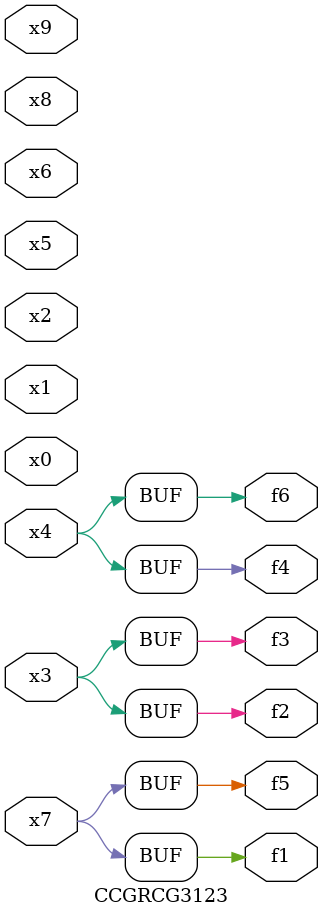
<source format=v>
module CCGRCG3123(
	input x0, x1, x2, x3, x4, x5, x6, x7, x8, x9,
	output f1, f2, f3, f4, f5, f6
);
	assign f1 = x7;
	assign f2 = x3;
	assign f3 = x3;
	assign f4 = x4;
	assign f5 = x7;
	assign f6 = x4;
endmodule

</source>
